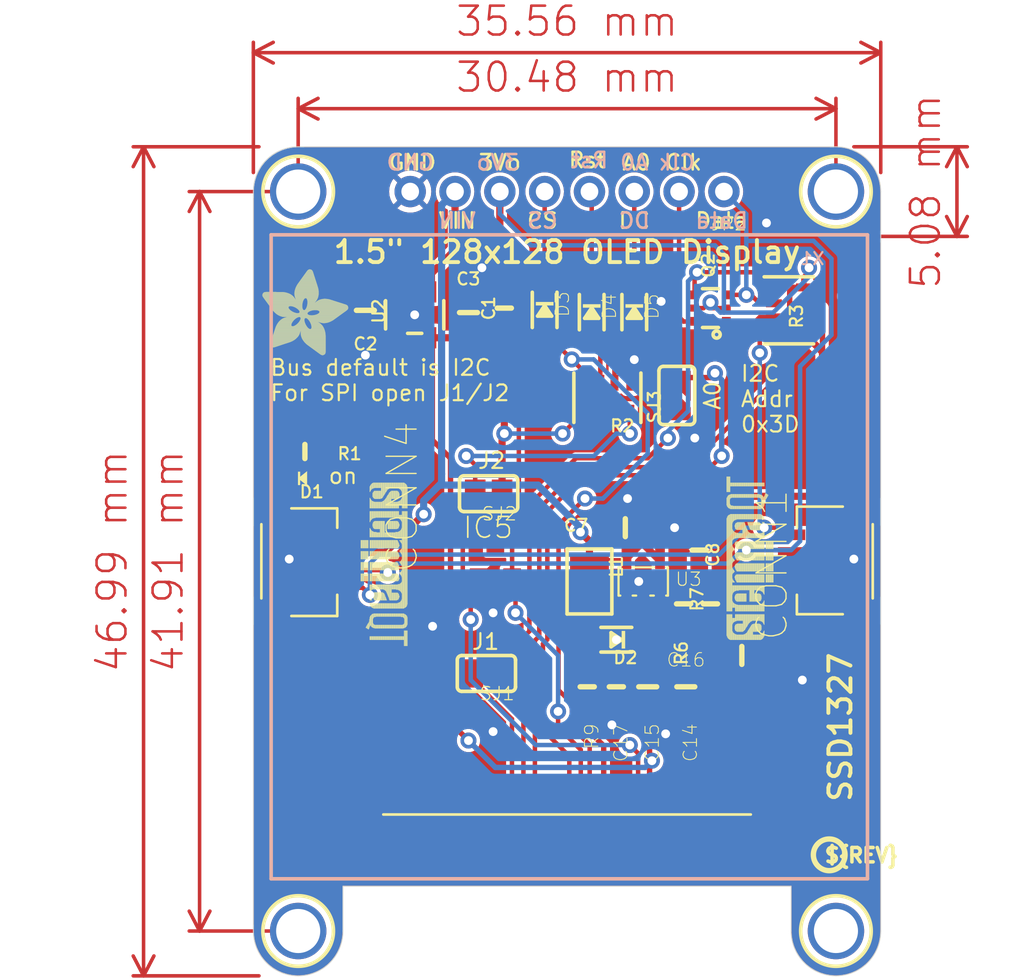
<source format=kicad_pcb>
(kicad_pcb (version 20221018) (generator pcbnew)
  (layers (0 "F.Cu" signal) (31 "B.Cu" signal) (34 "B.Paste" user) (35 "F.Paste" user) (36 "B.SilkS" user "B.Silkscreen") (37 "F.SilkS" user "F.Silkscreen") (38 "B.Mask" user) (39 "F.Mask" user) (44 "Edge.Cuts" user))
  (net 0 "")
  (net 1 "GND")
  (net 2 "SDA")
  (net 3 "SCL")
  (net 4 "3.3V")
  (net 5 "VCC")
  (net 6 "N$2")
  (net 7 "D0/SCLK/SCK_3.3V")
  (net 8 "D1/MOSI/SDA1_3.3V")
  (net 9 "N$9")
  (net 10 "CS_3.3V")
  (net 11 "RST_3.3V")
  (net 12 "DC/SA0_3.3V")
  (net 13 "CS_5.0V")
  (net 14 "RST_5.0V")
  (net 15 "DC/SA0_5.0V")
  (net 16 "N$10")
  (net 17 "N$15")
  (net 18 "N$17")
  (net 19 "12V")
  (net 20 "N$5")
  (net 21 "N$8")
  (footprint "working:SOD-323" (layer "F.Cu") (at 149.8981 90.8812 -90)
    (fp_text reference "D4")
    (fp_text value "1N4148")
  )
  (footprint "working:SOLDERJUMPER_CLOSEDWIRE" (layer "F.Cu") (at 143.9291 111.3602 180)
    (fp_text reference "SJ1")
    (fp_text value "")
  )
  (footprint "working:0603-NO" (layer "F.Cu") (at 144.9451 90.6526 90)
    (fp_text reference "C1")
    (fp_text value "0.1uF")
  )
  (footprint "working:RESPACK_4X0603" (layer "F.Cu") (at 150.7871 95.7326 180)
    (fp_text reference "R2")
    (fp_text value "10K")
  )
  (footprint "working:0603-NO" (layer "F.Cu") (at 156.6291 107.4166 90)
    (fp_text reference "C8")
    (fp_text value "0.1uF")
  )
  (footprint "working:PCBFEAT-REV-040" (layer "F.Cu") (at 163.3601 121.6406)
    (fp_text reference "U$25" hide)
    (fp_text value "" hide)
  )
  (footprint "working:SOT363" (layer "F.Cu") (at 156.6291 90.6526 90)
    (fp_text reference "Q2")
    (fp_text value "BSS138")
  )
  (footprint "working:STEMMAQT" (layer "F.Cu") (at 160.1851 109.4486 90)
    (fp_text reference "U$20" hide)
    (fp_text value "" hide)
  )
  (footprint "working:FIDUCIAL_1MM" (layer "F.Cu") (at 133.0071 120.5611)
    (fp_text reference "FID3" hide)
    (fp_text value "FIDUCIAL_1MM" hide)
  )
  (footprint "working:0805-NO" (layer "F.Cu") (at 158.4071 110.3376 180)
    (fp_text reference "C16")
    (fp_text value "10uF")
  )
  (footprint "working:0603-NO" (layer "F.Cu") (at 151.2951 112.1156 -90)
    (fp_text reference "C17")
    (fp_text value "1uF")
  )
  (footprint "working:SOLDERJUMPER_CLOSEDWIRE" (layer "F.Cu") (at 144.0561 101.171 180)
    (fp_text reference "SJ2")
    (fp_text value "")
  )
  (footprint "working:0805-NO" (layer "F.Cu") (at 142.9131 90.9066 90)
    (fp_text reference "C3")
    (fp_text value "10uF")
  )
  (footprint "working:0603-NO" (layer "F.Cu") (at 149.6441 112.1156 -90)
    (fp_text reference "R9")
    (fp_text value "390K")
  )
  (footprint "working:MOUNTINGHOLE_2.5_PLATED" (layer "F.Cu") (at 133.2611 84.0486)
    (fp_text reference "U$1" hide)
    (fp_text value "MOUNTINGHOLE2.5" hide)
  )
  (footprint "working:FIDUCIAL_1MM" (layer "F.Cu") (at 164.5031 89.9795)
    (fp_text reference "FID4" hide)
    (fp_text value "FIDUCIAL_1MM" hide)
  )
  (footprint "working:SOD-123" (layer "F.Cu") (at 151.2951 109.4486 180)
    (fp_text reference "D2")
    (fp_text value "MBR120")
  )
  (footprint "working:0603-NO" (layer "F.Cu") (at 155.9941 104.3686 -90)
    (fp_text reference "R7")
    (fp_text value "10K")
  )
  (footprint "working:0805-NO" (layer "F.Cu") (at 155.2321 112.1156 -90)
    (fp_text reference "C14")
    (fp_text value "10uF")
  )
  (footprint "working:SOT23-5" (layer "F.Cu") (at 139.8651 91.0336 180)
    (fp_text reference "U2")
    (fp_text value "AP2112K-3.3")
  )
  (footprint "working:1X08_ROUND_70" (layer "F.Cu") (at 148.5011 84.0486 180)
    (fp_text reference "JP2")
    (fp_text value "")
  )
  (footprint "working:SOT23" (layer "F.Cu") (at 144.4371 105.0036)
    (fp_text reference "IC5")
    (fp_text value "APX803")
  )
  (footprint "working:MOUNTINGHOLE_2.5_PLATED" (layer "F.Cu") (at 163.7411 125.9586)
    (fp_text reference "U$21" hide)
    (fp_text value "MOUNTINGHOLE2.5" hide)
  )
  (footprint "working:MOUNTINGHOLE_2.5_PLATED" (layer "F.Cu") (at 163.7411 84.0486)
    (fp_text reference "U$17" hide)
    (fp_text value "MOUNTINGHOLE2.5" hide)
  )
  (footprint "working:0805-NO" (layer "F.Cu") (at 151.8031 103.0986 180)
    (fp_text reference "C7")
    (fp_text value "10uF")
  )
  (footprint "working:0603-NO" (layer "F.Cu") (at 133.6421 98.7806)
    (fp_text reference "R1")
    (fp_text value "10K")
  )
  (footprint "working:0805-NO" (layer "F.Cu") (at 137.0711 90.7796 -90)
    (fp_text reference "C2")
    (fp_text value "10uF")
  )
  (footprint "working:0603-NO" (layer "F.Cu") (at 155.1051 107.4166 -90)
    (fp_text reference "R6")
    (fp_text value "100K")
  )
  (footprint "working:JST_SH4" (layer "F.Cu") (at 133.2611 105.0036 -90)
    (fp_text reference "CONN4")
    (fp_text value "STEMMA_I2C_QT" hide)
  )
  (footprint "working:SOT23-5@1" (layer "F.Cu") (at 152.8191 106.1466)
    (fp_text reference "U3")
    (fp_text value "FAN5331SX")
  )
  (footprint "working:STEMMAQT" (layer "F.Cu") (at 136.8171 100.5586 -90)
    (fp_text reference "U$31" hide)
    (fp_text value "" hide)
  )
  (footprint "working:CHIPLED_0603_NOOUTLINE" (layer "F.Cu") (at 133.5151 100.3046 90)
    (fp_text reference "D1")
    (fp_text value "GREEN")
  )
  (footprint "working:0805-NO" (layer "F.Cu") (at 153.0731 112.1156 -90)
    (fp_text reference "C15")
    (fp_text value "10uF")
  )
  (footprint "working:SOD-323" (layer "F.Cu") (at 152.3111 90.8812 -90)
    (fp_text reference "D5")
    (fp_text value "1N4148")
  )
  (footprint "working:MOUNTINGHOLE_2.5_PLATED" (layer "F.Cu") (at 133.2611 125.9586)
    (fp_text reference "U$19" hide)
    (fp_text value "MOUNTINGHOLE2.5" hide)
  )
  (footprint "working:RESPACK_4X0603" (layer "F.Cu") (at 161.0741 90.7796 90)
    (fp_text reference "R3")
    (fp_text value "10K")
  )
  (footprint "working:JST_SH4" (layer "F.Cu") (at 163.7411 105.0036 90)
    (fp_text reference "CONN1")
    (fp_text value "STEMMA_I2C_QT" hide)
  )
  (footprint "working:ADAFRUIT_5MM" (layer "F.Cu") (at 131.2291 93.3196)
    (fp_text reference "U$8" hide)
    (fp_text value "" hide)
  )
  (footprint "working:SOD-323" (layer "F.Cu") (at 147.2311 90.7542 -90)
    (fp_text reference "D3")
    (fp_text value "1N4148")
  )
  (footprint "working:SOLDERJUMPER_ARROW_NOPASTE" (layer "F.Cu") (at 154.7241 95.6056 90)
    (fp_text reference "SJ3")
    (fp_text value "")
  )
  (footprint "working:INDUCTOR_1007" (layer "F.Cu") (at 149.7711 106.1466 -90)
    (fp_text reference "L1")
    (fp_text value "10uH")
  )
  (footprint "working:OLED_1.5IN_128X128MONO" (layer "B.Cu") (at 148.6281 104.7496 180)
    (fp_text reference "X1")
    (fp_text value "OLED_1.5_128X128_MONO")
  )
  (gr_line (start 138.0871 119.3546) (end 158.9151 119.3546) (stroke (width 0.1524)) (layer "F.SilkS"))
  (gr_line (start 166.2811 125.9586) (end 166.2811 84.0486) (stroke (width 0.05)) (layer "Edge.Cuts"))
  (gr_line (start 135.8011 125.9586) (end 135.8011 123.4186) (stroke (width 0.05)) (layer "Edge.Cuts"))
  (gr_arc (start 166.2811 125.9586) (mid 165.537151 127.754651) (end 163.7411 128.4986) (stroke (width 0.05)) (layer "Edge.Cuts"))
  (gr_line (start 163.7411 81.5086) (end 133.2611 81.5086) (stroke (width 0.05)) (layer "Edge.Cuts"))
  (gr_arc (start 135.8011 125.9586) (mid 135.057151 127.754651) (end 133.2611 128.4986) (stroke (width 0.05)) (layer "Edge.Cuts"))
  (gr_arc (start 163.7411 81.5086) (mid 165.537151 82.252549) (end 166.2811 84.0486) (stroke (width 0.05)) (layer "Edge.Cuts"))
  (gr_arc (start 163.7411 128.4986) (mid 161.945049 127.754651) (end 161.2011 125.9586) (stroke (width 0.05)) (layer "Edge.Cuts"))
  (gr_line (start 130.7211 84.0486) (end 130.7211 125.9586) (stroke (width 0.05)) (layer "Edge.Cuts"))
  (gr_arc (start 133.2611 128.4986) (mid 131.465049 127.754651) (end 130.7211 125.9586) (stroke (width 0.05)) (layer "Edge.Cuts"))
  (gr_line (start 135.8011 123.4186) (end 161.2011 123.4186) (stroke (width 0.05)) (layer "Edge.Cuts"))
  (gr_line (start 161.2011 123.4186) (end 161.2011 125.9586) (stroke (width 0.05)) (layer "Edge.Cuts"))
  (gr_arc (start 130.7211 84.0486) (mid 131.465049 82.252549) (end 133.2611 81.5086) (stroke (width 0.05)) (layer "Edge.Cuts"))
  (gr_text "Data" (at 157.2641 85.6996) (layer "B.SilkS") (effects (font (size 0.87376 0.87376) (thickness 0.14224)) (justify mirror)))
  (gr_text "DC" (at 152.3111 85.6996) (layer "B.SilkS") (effects (font (size 0.87376 0.87376) (thickness 0.14224)) (justify mirror)))
  (gr_text "VIN" (at 142.2781 85.6996) (layer "B.SilkS") (effects (font (size 0.87376 0.87376) (thickness 0.14224)) (justify mirror)))
  (gr_text "CS" (at 147.1041 85.6996) (layer "B.SilkS") (effects (font (size 0.87376 0.87376) (thickness 0.14224)) (justify mirror)))
  (gr_text "3Vo" (at 144.5641 82.3976) (layer "B.SilkS") (effects (font (size 0.87376 0.87376) (thickness 0.14224)) (justify mirror)))
  (gr_text "Clk" (at 154.7241 82.3976) (layer "B.SilkS") (effects (font (size 0.87376 0.87376) (thickness 0.14224)) (justify mirror)))
  (gr_text "GND" (at 139.6111 82.3976) (layer "B.SilkS") (effects (font (size 0.87376 0.87376) (thickness 0.14224)) (justify mirror)))
  (gr_text "Rst" (at 149.7711 82.2706) (layer "B.SilkS") (effects (font (size 0.87376 0.87376) (thickness 0.14224)) (justify mirror)))
  (gr_text "A0" (at 152.3111 82.3976) (layer "B.SilkS") (effects (font (size 0.87376 0.87376) (thickness 0.14224)) (justify mirror)))
  (gr_text "VIN" (at 142.2781 85.6996) (layer "F.SilkS") (effects (font (size 0.87376 0.87376) (thickness 0.14224))))
  (gr_text "3Vo" (at 144.6911 82.3976) (layer "F.SilkS") (effects (font (size 0.87376 0.87376) (thickness 0.14224))))
  (gr_text "Data" (at 157.2641 85.6996) (layer "F.SilkS") (effects (font (size 0.87376 0.87376) (thickness 0.14224))))
  (gr_text "GND" (at 139.7381 82.3976) (layer "F.SilkS") (effects (font (size 0.87376 0.87376) (thickness 0.14224))))
  (gr_text "A0" (at 157.2641 96.4946 90) (layer "F.SilkS") (effects (font (size 0.89408 0.89408) (thickness 0.12192)) (justify left bottom)))
  (gr_text "1.5\" 128x128 OLED Display" (at 148.5011 87.4776) (layer "F.SilkS") (effects (font (size 1.25222 1.25222) (thickness 0.22098))))
  (gr_text "Bus default is I2C\nFor SPI open J1/J2" (at 131.6101 95.9866) (layer "F.SilkS") (effects (font (size 0.89408 0.89408) (thickness 0.12192)) (justify left bottom)))
  (gr_text "on" (at 134.9121 100.6856) (layer "F.SilkS") (effects (font (size 0.89408 0.89408) (thickness 0.12192)) (justify left bottom)))
  (gr_text "Rst" (at 149.6441 82.2706) (layer "F.SilkS") (effects (font (size 0.87376 0.87376) (thickness 0.14224))))
  (gr_text "SSD1327" (at 163.9951 114.4016 90) (layer "F.SilkS") (effects (font (size 1.25222 1.25222) (thickness 0.22098))))
  (gr_text "J2" (at 145.0721 98.7806) (layer "F.SilkS") (effects (font (size 0.89408 0.89408) (thickness 0.12192)) (justify right top)))
  (gr_text "J1" (at 143.0401 110.0836) (layer "F.SilkS") (effects (font (size 0.89408 0.89408) (thickness 0.12192)) (justify left bottom)))
  (gr_text "Clk" (at 155.1051 82.3976) (layer "F.SilkS") (effects (font (size 0.87376 0.87376) (thickness 0.14224))))
  (gr_text "DC" (at 152.3111 85.6996) (layer "F.SilkS") (effects (font (size 0.87376 0.87376) (thickness 0.14224))))
  (gr_text "A0" (at 152.4381 82.3976) (layer "F.SilkS") (effects (font (size 0.87376 0.87376) (thickness 0.14224))))
  (gr_text "I2C\nAddr\n0x3D" (at 158.2801 97.7646) (layer "F.SilkS") (effects (font (size 0.89408 0.89408) (thickness 0.12192)) (justify left bottom)))
  (gr_text "CS" (at 147.1041 85.6996) (layer "F.SilkS") (effects (font (size 0.87376 0.87376) (thickness 0.14224))))
  (dimension (type aligned) (layer "F.Cu") (pts (xy 133.2611 84.0486) (xy 163.7411 84.0486)) (height -4.699) (gr_text "30.48 mm" (at 148.5011 77.5716) (layer "F.Cu") (effects (font (size 1.63576 1.63576) (thickness 0.14224)))) (format (prefix "") (suffix "") (units 2) (units_format 1) (precision 2)) (style (thickness 0.2) (arrow_length 1.27) (text_position_mode 0) (extension_height 0.58642) (extension_offset 0) keep_text_aligned))
  (dimension (type aligned) (layer "F.Cu") (pts (xy 164.7571 86.5886) (xy 164.7571 81.5086)) (height 5.842) (gr_text "5.08 mm" (at 168.8211 84.0486 90) (layer "F.Cu") (effects (font (size 1.63576 1.63576) (thickness 0.14224)))) (format (prefix "") (suffix "") (units 2) (units_format 1) (precision 2)) (style (thickness 0.2) (arrow_length 1.27) (text_position_mode 0) (extension_height 0.58642) (extension_offset 0) keep_text_aligned))
  (dimension (type aligned) (layer "F.Cu") (pts (xy 133.2611 84.0486) (xy 133.2611 125.9586)) (height 5.588) (gr_text "41.91 mm" (at 125.8951 105.0036 90) (layer "F.Cu") (effects (font (size 1.63576 1.63576) (thickness 0.14224)))) (format (prefix "") (suffix "") (units 2) (units_format 1) (precision 2)) (style (thickness 0.2) (arrow_length 1.27) (text_position_mode 0) (extension_height 0.58642) (extension_offset 0) keep_text_aligned))
  (dimension (type aligned) (layer "F.Cu") (pts (xy 131.0386 128.4986) (xy 131.0386 81.5086)) (height -6.5405) (gr_text "46.99 mm" (at 122.7201 105.0036 90) (layer "F.Cu") (effects (font (size 1.63576 1.63576) (thickness 0.14224)))) (format (prefix "") (suffix "") (units 2) (units_format 1) (precision 2)) (style (thickness 0.2) (arrow_length 1.27) (text_position_mode 0) (extension_height 0.58642) (extension_offset 0) keep_text_aligned))
  (dimension (type aligned) (layer "F.Cu") (pts (xy 130.7211 82.9691) (xy 166.2811 82.9691)) (height -6.7945) (gr_text "35.56 mm" (at 148.5011 74.3966) (layer "F.Cu") (effects (font (size 1.63576 1.63576) (thickness 0.14224)))) (format (prefix "") (suffix "") (units 2) (units_format 1) (precision 2)) (style (thickness 0.2) (arrow_length 1.27) (text_position_mode 0) (extension_height 0.58642) (extension_offset 0) keep_text_aligned))
  (via (at 159.8041 85.8266) (size 0.9064) (drill 0.5) (layers "F.Cu" "B.Cu") (net 1))
  (via (at 140.8811 108.6866) (size 0.9064) (drill 0.5) (layers "F.Cu" "B.Cu") (net 1))
  (via (at 152.3111 93.5736) (size 0.9064) (drill 0.5) (layers "F.Cu" "B.Cu") (net 1))
  (via (at 161.8361 111.7346) (size 0.9064) (drill 0.5) (layers "F.Cu" "B.Cu") (net 1))
  (via (at 144.3101 107.9246) (size 0.9064) (drill 0.5) (layers "F.Cu" "B.Cu") (net 1))
  (via (at 132.7531 104.8766) (size 0.9064) (drill 0.5) (layers "F.Cu" "B.Cu") (net 1))
  (via (at 164.7571 104.8766) (size 0.9064) (drill 0.5) (layers "F.Cu" "B.Cu") (net 1))
  (via (at 143.6751 88.3666) (size 0.9064) (drill 0.5) (layers "F.Cu" "B.Cu") (net 1))
  (via (at 151.0411 114.2746) (size 0.9064) (drill 0.5) (layers "F.Cu" "B.Cu") (net 1))
  (via (at 144.3101 114.6556) (size 0.9064) (drill 0.5) (layers "F.Cu" "B.Cu") (net 1))
  (via (at 137.0711 93.3196) (size 0.9064) (drill 0.5) (layers "F.Cu" "B.Cu") (net 1))
  (via (at 151.9301 101.4476) (size 0.9064) (drill 0.5) (layers "F.Cu" "B.Cu") (net 1))
  (via (at 152.5651 106.1466) (size 0.9064) (drill 0.5) (layers "F.Cu" "B.Cu") (net 1))
  (via (at 139.8651 91.0336) (size 0.9064) (drill 0.5) (layers "F.Cu" "B.Cu") (net 1))
  (via (at 153.8351 90.2716) (size 0.9064) (drill 0.5) (layers "F.Cu" "B.Cu") (net 1))
  (via (at 155.7401 98.0186) (size 0.9064) (drill 0.5) (layers "F.Cu" "B.Cu") (net 1))
  (via (at 151.2951 109.4486) (size 0.9064) (drill 0.5) (layers "F.Cu" "B.Cu") (net 1))
  (via (at 154.5971 103.0986) (size 0.9064) (drill 0.5) (layers "F.Cu" "B.Cu") (net 1))
  (via (at 154.0891 114.7826) (size 0.9064) (drill 0.5) (layers "F.Cu" "B.Cu") (net 1))
  (segment (start 160.2051 90.3986) (end 160.2241 90.3796) (width 0.254) (layer "F.Cu") (net 2))
  (segment (start 161.0921 104.3686) (end 161.2271 104.5036) (width 0.254) (layer "F.Cu") (net 2))
  (segment (start 158.9271 89.9026) (end 159.4231 90.3986) (width 0.254) (layer "F.Cu") (net 2))
  (segment (start 158.6611 89.9026) (end 158.9271 89.9026) (width 0.254) (layer "F.Cu") (net 2))
  (segment (start 158.6611 104.3686) (end 161.0921 104.3686) (width 0.254) (layer "F.Cu") (net 2))
  (segment (start 157.5291 89.9026) (end 158.6611 89.9026) (width 0.254) (layer "F.Cu") (net 2))
  (segment (start 159.4231 90.3986) (end 160.2051 90.3986) (width 0.254) (layer "F.Cu") (net 2))
  (segment (start 135.7751 105.5036) (end 138.2061 105.5036) (width 0.254) (layer "F.Cu") (net 2))
  (segment (start 138.2061 105.5036) (end 138.3411 105.6386) (width 0.254) (layer "F.Cu") (net 2))
  (via (at 158.6611 104.3686) (size 0.9064) (drill 0.5) (layers "F.Cu" "B.Cu") (net 2))
  (via (at 138.3411 105.6386) (size 0.9064) (drill 0.5) (layers "F.Cu" "B.Cu") (net 2))
  (via (at 158.6611 89.9026) (size 0.9064) (drill 0.5) (layers "F.Cu" "B.Cu") (net 2))
  (segment (start 158.6611 85.3186) (end 157.3911 84.0486) (width 0.254) (layer "B.Cu") (net 2))
  (segment (start 161.2011 104.3686) (end 158.6611 104.3686) (width 0.254) (layer "B.Cu") (net 2))
  (segment (start 158.4071 104.3686) (end 158.6611 104.3686) (width 0.254) (layer "B.Cu") (net 2))
  (segment (start 158.6611 86.8426) (end 158.6611 85.3186) (width 0.254) (layer "B.Cu") (net 2))
  (segment (start 157.6451 105.1306) (end 138.8491 105.1306) (width 0.254) (layer "B.Cu") (net 2))
  (segment (start 161.7091 103.8606) (end 161.2011 104.3686) (width 0.254) (layer "B.Cu") (net 2))
  (segment (start 162.4711 86.8426) (end 163.4871 87.8586) (width 0.254) (layer "B.Cu") (net 2))
  (segment (start 158.6611 89.9026) (end 158.6611 86.8426) (width 0.254) (layer "B.Cu") (net 2))
  (segment (start 163.4871 87.8586) (end 163.4871 92.1766) (width 0.254) (layer "B.Cu") (net 2))
  (segment (start 161.7091 93.9546) (end 161.7091 103.8606) (width 0.254) (layer "B.Cu") (net 2))
  (segment (start 138.3411 105.6386) (end 138.8491 105.1306) (width 0.254) (layer "B.Cu") (net 2))
  (segment (start 163.4871 92.1766) (end 161.7091 93.9546) (width 0.254) (layer "B.Cu") (net 2))
  (segment (start 158.6611 86.8426) (end 162.4711 86.8426) (width 0.254) (layer "B.Cu") (net 2))
  (segment (start 157.6451 105.1306) (end 158.4071 104.3686) (width 0.254) (layer "B.Cu") (net 2))
  (segment (start 160.2241 92.0796) (end 159.4231 92.0796) (width 0.254) (layer "F.Cu") (net 3))
  (segment (start 155.7171 91.4146) (end 155.7291 91.4026) (width 0.254) (layer "F.Cu") (net 3))
  (segment (start 156.4061 92.0796) (end 155.7291 91.4026) (width 0.254) (layer "F.Cu") (net 3))
  (segment (start 136.9201 106.5036) (end 135.7751 106.5036) (width 0.254) (layer "F.Cu") (net 3))
  (segment (start 154.8511 84.0486) (end 154.8511 91.1606) (width 0.254) (layer "F.Cu") (net 3))
  (segment (start 154.8511 91.1606) (end 155.1051 91.4146) (width 0.254) (layer "F.Cu") (net 3))
  (segment (start 159.4231 93.1926) (end 159.4231 92.0796) (width 0.254) (layer "F.Cu") (net 3))
  (segment (start 137.3251 106.9086) (end 136.9201 106.5036) (width 0.254) (layer "F.Cu") (net 3))
  (segment (start 161.2271 103.5036) (end 160.8221 103.0986) (width 0.254) (layer "F.Cu") (net 3))
  (segment (start 155.1051 91.4146) (end 155.7171 91.4146) (width 0.254) (layer "F.Cu") (net 3))
  (segment (start 160.8221 103.0986) (end 159.6771 103.0986) (width 0.254) (layer "F.Cu") (net 3))
  (segment (start 159.4231 92.0796) (end 156.4061 92.0796) (width 0.254) (layer "F.Cu") (net 3))
  (via (at 159.4231 93.1926) (size 0.9064) (drill 0.5) (layers "F.Cu" "B.Cu") (net 3))
  (via (at 137.3251 106.9086) (size 0.9064) (drill 0.5) (layers "F.Cu" "B.Cu") (net 3))
  (via (at 159.6771 103.0986) (size 0.9064) (drill 0.5) (layers "F.Cu" "B.Cu") (net 3))
  (segment (start 159.4231 102.8446) (end 159.4231 93.1926) (width 0.254) (layer "B.Cu") (net 3))
  (segment (start 157.1371 104.6226) (end 137.8331 104.6226) (width 0.254) (layer "B.Cu") (net 3))
  (segment (start 158.6611 103.0986) (end 157.1371 104.6226) (width 0.254) (layer "B.Cu") (net 3))
  (segment (start 137.8331 104.6226) (end 137.3251 105.1306) (width 0.254) (layer "B.Cu") (net 3))
  (segment (start 159.6771 103.0986) (end 159.4231 102.8446) (width 0.254) (layer "B.Cu") (net 3))
  (segment (start 137.3251 105.1306) (end 137.3251 106.9086) (width 0.254) (layer "B.Cu") (net 3))
  (segment (start 159.6771 103.0986) (end 158.6611 103.0986) (width 0.254) (layer "B.Cu") (net 3))
  (segment (start 150.3871 96.5826) (end 149.4871 96.5826) (width 0.4064) (layer "F.Cu") (net 4))
  (segment (start 144.6911 86.0806) (end 145.9611 87.3506) (width 0.4064) (layer "F.Cu") (net 4))
  (segment (start 144.4371 101.783838) (end 144.78 101.440938) (width 0.4064) (layer "F.Cu") (net 4))
  (segment (start 144.8181 97.8916) (end 144.9451 97.7646) (width 0.4064) (layer "F.Cu") (net 4))
  (segment (start 153.1781 113.1706) (end 153.0731 113.0656) (width 0.3048) (layer "F.Cu") (net 4))
  (segment (start 153.1781 117.8306) (end 153.1781 116.1796) (width 0.3048) (layer "F.Cu") (net 4))
  (segment (start 153.8281 117.9506) (end 153.7081 117.8306) (width 0.3048) (layer "F.Cu") (net 4))
  (segment (start 156.6291 90.3351) (end 156.5546 90.3351) (width 0.254) (layer "F.Cu") (net 4))
  (segment (start 153.3115 116.3066) (end 153.3051 116.3066) (width 0.3048) (layer "F.Cu") (net 4))
  (segment (start 161.3581 89.4796) (end 161.9241 89.4796) (width 0.3048) (layer "F.Cu") (net 4))
  (segment (start 149.4871 96.5826) (end 149.4291 96.5826) (width 0.254) (layer "F.Cu") (net 4))
  (segment (start 151.2951 112.9656) (end 152.9731 112.9656) (width 0.3048) (layer "F.Cu") (net 4))
  (segment (start 156.2371 90.6526) (end 155.7291 90.6526) (width 0.254) (layer "F.Cu") (net 4))
  (segment (start 144.78 101.440938) (end 144.78 101.2091) (width 0.4064) (layer "F.Cu") (net 4))
  (segment (start 145.9611 90.9066) (end 145.2821 91.5856) (width 0.4064) (layer "F.Cu") (net 4))
  (segment (start 149.4291 96.5826) (end 148.2471 97.7646) (width 0.254) (layer "F.Cu") (net 4))
  (segment (start 156.6291 90.3351) (end 156.6291 90.5146) (width 0.254) (layer "F.Cu") (net 4))
  (segment (start 144.6911 84.0486) (end 144.6911 86.0806) (width 0.4064) (layer "F.Cu") (net 4))
  (segment (start 141.8971 114.1476) (end 142.9131 115.1636) (width 0.3048) (layer "F.Cu") (net 4))
  (segment (start 161.546206 91.1796) (end 161.1185 90.751894) (width 0.3048) (layer "F.Cu") (net 4))
  (segment (start 138.5951 100.3046) (end 140.8151 98.0846) (width 0.4064) (layer "F.Cu") (net 4))
  (segment (start 153.1781 119.8746) (end 153.1781 117.8306) (width 0.3048) (layer "F.Cu") (net 4))
  (segment (start 144.9451 91.5026) (end 145.0281 91.5856) (width 0.4064) (layer "F.Cu") (net 4))
  (segment (start 144.5911 91.8566) (end 144.9451 91.5026) (width 0.4064) (layer "F.Cu") (net 4))
  (segment (start 156.7671 90.6526) (end 156.6291 90.5146) (width 0.254) (layer "F.Cu") (net 4))
  (segment (start 141.8971 99.1666) (end 141.8971 114.1476) (width 0.3048) (layer "F.Cu") (net 4))
  (segment (start 157.5291 90.6526) (end 156.7671 90.6526) (width 0.254) (layer "F.Cu") (net 4))
  (segment (start 134.2651 100.3046) (end 138.5951 100.3046) (width 0.4064) (layer "F.Cu") (net 4))
  (segment (start 140.8151 98.0846) (end 141.8971 99.1666) (width 0.3048) (layer "F.Cu") (net 4))
  (segment (start 153.3051 116.3066) (end 153.1781 116.1796) (width 0.3048) (layer "F.Cu") (net 4))
  (segment (start 161.9241 89.4796) (end 161.9241 88.9136) (width 0.3048) (layer "F.Cu") (net 4))
  (segment (start 153.1781 116.1796) (end 153.1781 113.1706) (width 0.3048) (layer "F.Cu") (net 4))
  (segment (start 142.9131 91.8566) (end 144.5911 91.8566) (width 0.4064) (layer "F.Cu") (net 4))
  (segment (start 142.436 92.3337) (end 142.9131 91.8566) (width 0.4064) (layer "F.Cu") (net 4))
  (segment (start 162.3251 88.5126) (end 161.9241 88.9136) (width 0.3048) (layer "F.Cu") (net 4))
  (segment (start 144.4371 103.9036) (end 144.4371 101.783838) (width 0.4064) (layer "F.Cu") (net 4))
  (segment (start 144.78 101.2091) (end 144.8181 101.171) (width 0.4064) (layer "F.Cu") (net 4))
  (segment (start 140.8151 98.0846) (end 140.8151 92.3337) (width 0.4064) (layer "F.Cu") (net 4))
  (segment (start 152.9731 112.9656) (end 153.0731 113.0656) (width 0.3048) (layer "F.Cu") (net 4))
  (segment (start 153.8281 119.8746) (end 153.8281 117.9506) (width 0.3048) (layer "F.Cu") (net 4))
  (segment (start 145.2821 91.5856) (end 145.0281 91.5856) (width 0.4064) (layer "F.Cu") (net 4))
  (segment (start 162.2171 88.3666) (end 162.2171 88.4046) (width 0.254) (layer "F.Cu") (net 4))
  (segment (start 153.7081 117.8306) (end 153.1781 117.8306) (width 0.3048) (layer "F.Cu") (net 4))
  (segment (start 150.3871 96.5826) (end 151.1871 96.5826) (width 0.4064) (layer "F.Cu") (net 4))
  (segment (start 156.5546 90.3351) (end 156.2371 90.6526) (width 0.254) (layer "F.Cu") (net 4))
  (segment (start 144.8181 101.171) (end 144.8181 97.8916) (width 0.4064) (layer "F.Cu") (net 4))
  (segment (start 161.1185 90.751894) (end 161.1185 89.7192) (width 0.3048) (layer "F.Cu") (net 4))
  (segment (start 144.9451 91.5026) (end 144.9451 97.7646) (width 0.4064) (layer "F.Cu") (net 4))
  (segment (start 161.1185 89.7192) (end 161.3581 89.4796) (width 0.3048) (layer "F.Cu") (net 4))
  (segment (start 162.3251 88.5126) (end 162.2171 88.4046) (width 0.254) (layer "F.Cu") (net 4))
  (segment (start 161.9241 91.1796) (end 161.546206 91.1796) (width 0.3048) (layer "F.Cu") (net 4))
  (segment (start 145.9611 87.3506) (end 145.9611 90.9066) (width 0.4064) (layer "F.Cu") (net 4))
  (segment (start 140.8151 92.3337) (end 142.436 92.3337) (width 0.4064) (layer "F.Cu") (net 4))
  (via (at 142.9131 115.1636) (size 0.9064) (drill 0.5) (layers "F.Cu" "B.Cu") (net 4))
  (via (at 156.6291 90.3351) (size 0.9064) (drill 0.5) (layers "F.Cu" "B.Cu") (net 4))
  (via (at 144.9451 97.7646) (size 0.9064) (drill 0.5) (layers "F.Cu" "B.Cu") (net 4))
  (via (at 153.3115 116.3066) (size 0.9064) (drill 0.5) (layers "F.Cu" "B.Cu") (net 4))
  (via (at 148.2471 97.7646) (size 0.9064) (drill 0.5) (layers "F.Cu" "B.Cu") (net 4))
  (via (at 162.2171 88.3666) (size 0.9064) (drill 0.5) (layers "F.Cu" "B.Cu") (net 4))
  (segment (start 162.2171 88.8746) (end 160.1851 90.9066) (width 0.254) (layer "B.Cu") (net 4))
  (segment (start 148.2471 97.7646) (end 144.9451 97.7646) (width 0.254) (layer "B.Cu") (net 4))
  (segment (start 152.9305 116.6876) (end 153.3115 116.3066) (width 0.3048) (layer "B.Cu") (net 4))
  (segment (start 156.6291 90.3351) (end 157.2006 90.9066) (width 0.254) (layer "B.Cu") (net 4))
  (segment (start 157.3911 87.6046) (end 156.8831 87.0966) (width 0.254) (layer "B.Cu") (net 4))
  (segment (start 144.6911 85.3186) (end 144.6911 84.0486) (width 0.254) (layer "B.Cu") (net 4))
  (segment (start 160.1851 90.9066) (end 157.3911 90.9066) (width 0.254) (layer "B.Cu") (net 4))
  (segment (start 157.3911 90.9066) (end 157.3911 87.6046) (width 0.254) (layer "B.Cu") (net 4))
  (segment (start 146.4691 87.0966) (end 144.6911 85.3186) (width 0.254) (layer "B.Cu") (net 4))
  (segment (start 144.4371 116.6876) (end 152.9305 116.6876) (width 0.3048) (layer "B.Cu") (net 4))
  (segment (start 162.2171 88.3666) (end 162.2171 88.8746) (width 0.254) (layer "B.Cu") (net 4))
  (segment (start 142.9131 115.1636) (end 144.4371 116.6876) (width 0.3048) (layer "B.Cu") (net 4))
  (segment (start 156.8831 87.0966) (end 146.4691 87.0966) (width 0.254) (layer "B.Cu") (net 4))
  (segment (start 157.3911 90.9066) (end 157.2006 90.9066) (width 0.254) (layer "B.Cu") (net 4))
  (segment (start 152.7531 103.9625) (end 152.7531 103.0986) (width 0.4064) (layer "F.Cu") (net 5))
  (segment (start 138.8491 89.6675) (end 138.9151 89.7335) (width 0.4064) (layer "F.Cu") (net 5))
  (segment (start 140.8151 89.7335) (end 140.8151 88.6866) (width 0.4064) (layer "F.Cu") (net 5))
  (segment (start 149.7711 103.8606) (end 149.7711 105.0196) (width 0.4064) (layer "F.Cu") (net 5))
  (segment (start 162.9791 93.1346) (end 162.8811 93.0366) (width 0.4064) (layer "F.Cu") (net 5))
  (segment (start 142.1511 87.3506) (end 140.8151 88.6866) (width 0.4064) (layer "F.Cu") (net 5))
  (segment (start 138.8491 88.6206) (end 138.8491 89.6675) (width 0.4064) (layer "F.Cu") (net 5))
  (segment (start 142.1511 84.0486) (end 142.1511 87.3506) (width 0.4064) (layer "F.Cu") (net 5))
  (segment (start 162.8811 93.0366) (end 161.9241 92.0796) (width 0.4064) (layer "F.Cu") (net 5))
  (segment (start 140.8151 88.6866) (end 140.7491 88.6206) (width 0.4064) (layer "F.Cu") (net 5))
  (segment (start 149.7711 105.0196) (end 151.696 105.0196) (width 0.4064) (layer "F.Cu") (net 5))
  (segment (start 151.696 105.0196) (end 151.8691 104.8465) (width 0.4064) (layer "F.Cu") (net 5))
  (segment (start 152.7531 103.0986) (end 152.7531 102.4026) (width 0.4064) (layer "F.Cu") (net 5))
  (segment (start 153.8351 101.3206) (end 162.9791 101.3206) (width 0.4064) (layer "F.Cu") (net 5))
  (segment (start 137.1672 89.7335) (end 137.0711 89.8296) (width 0.4064) (layer "F.Cu") (net 5))
  (segment (start 162.9791 92.9386) (end 162.8811 93.0366) (width 0.3048) (layer "F.Cu") (net 5))
  (segment (start 135.7751 104.5036) (end 138.2061 104.5036) (width 0.4064) (layer "F.Cu") (net 5))
  (segment (start 152.7531 102.4026) (end 153.8351 101.3206) (width 0.4064) (layer "F.Cu") (net 5))
  (segment (start 162.7061 90.3796) (end 162.9791 90.6526) (width 0.3048) (layer "F.Cu") (net 5))
  (segment (start 162.9791 101.3206) (end 162.9791 93.1346) (width 0.4064) (layer "F.Cu") (net 5))
  (segment (start 162.9791 90.6526) (end 162.9791 92.9386) (width 0.3048) (layer "F.Cu") (net 5))
  (segment (start 161.9241 90.3796) (end 162.7061 90.3796) (width 0.3048) (layer "F.Cu") (net 5))
  (segment (start 161.2271 105.5036) (end 162.8601 105.5036) (width 0.4064) (layer "F.Cu") (net 5))
  (segment (start 153.6371 104.8465) (end 152.7531 103.9625) (width 0.4064) (layer "F.Cu") (net 5))
  (segment (start 138.2061 104.5036) (end 140.3731 102.3366) (width 0.4064) (layer "F.Cu") (net 5))
  (segment (start 140.7491 88.6206) (end 138.8491 88.6206) (width 0.4064) (layer "F.Cu") (net 5))
  (segment (start 149.2631 103.3526) (end 149.7711 103.8606) (width 0.4064) (layer "F.Cu") (net 5))
  (segment (start 151.8691 104.8465) (end 152.7531 103.9625) (width 0.4064) (layer "F.Cu") (net 5))
  (segment (start 153.7691 104.8465) (end 153.6371 104.8465) (width 0.4064) (layer "F.Cu") (net 5))
  (segment (start 162.8601 105.5036) (end 162.9791 105.3846) (width 0.4064) (layer "F.Cu") (net 5))
  (segment (start 138.9151 89.7335) (end 137.1672 89.7335) (width 0.4064) (layer "F.Cu") (net 5))
  (segment (start 162.9791 105.3846) (end 162.9791 101.3206) (width 0.4064) (layer "F.Cu") (net 5))
  (via (at 149.2631 103.3526) (size 0.9064) (drill 0.5) (layers "F.Cu" "B.Cu") (net 5))
  (via (at 140.3731 102.3366) (size 0.9064) (drill 0.5) (layers "F.Cu" "B.Cu") (net 5))
  (segment (start 140.3731 102.3366) (end 140.3731 101.5746) (width 0.4064) (layer "B.Cu") (net 5))
  (segment (start 141.3891 84.8106) (end 142.1511 84.0486) (width 0.4064) (layer "B.Cu") (net 5))
  (segment (start 149.2631 103.0986) (end 146.8501 100.6856) (width 0.4064) (layer "B.Cu") (net 5))
  (segment (start 141.3891 100.5586) (end 141.3891 100.0506) (width 0.4064) (layer "B.Cu") (net 5))
  (segment (start 149.2631 103.0986) (end 149.2631 103.3526) (width 0.4064) (layer "B.Cu") (net 5))
  (segment (start 141.3891 100.5586) (end 140.3731 101.5746) (width 0.4064) (layer "B.Cu") (net 5))
  (segment (start 141.3891 100.5586) (end 141.3891 100.6856) (width 0.4064) (layer "B.Cu") (net 5))
  (segment (start 141.3891 100.6856) (end 146.8501 100.6856) (width 0.4064) (layer "B.Cu") (net 5))
  (segment (start 141.3891 84.8106) (end 141.3891 100.0506) (width 0.4064) (layer "B.Cu") (net 5))
  (segment (start 132.7651 99.1346) (end 132.7651 100.3046) (width 0.254) (layer "F.Cu") (net 6))
  (segment (start 132.7921 98.7806) (end 132.7651 99.1346) (width 0.254) (layer "F.Cu") (net 6))
  (segment (start 159.1811 91.4026) (end 159.4231 91.1606) (width 0.254) (layer "F.Cu") (net 7))
  (segment (start 160.6931 91.1606) (end 160.2431 91.1606) (width 0.254) (layer "F.Cu") (net 7))
  (segment (start 159.4231 91.1606) (end 160.2051 91.1606) (width 0.254) (layer "F.Cu") (net 7))
  (segment (start 161.0043 91.4718) (end 160.6931 91.1606) (width 0.254) (layer "F.Cu") (net 7))
  (segment (start 149.2631 99.6696) (end 155.3591 99.6696) (width 0.254) (layer "F.Cu") (net 7))
  (segment (start 146.6781 109.4936) (end 146.6781 119.8746) (width 0.254) (layer "F.Cu") (net 7))
  (segment (start 157.5291 91.4026) (end 159.1811 91.4026) (width 0.254) (layer "F.Cu") (net 7))
  (segment (start 161.0043 92.441375) (end 161.0043 91.4718) (width 0.254) (layer "F.Cu") (net 7))
  (segment (start 146.9263 102.0064) (end 146.9263 109.2454) (width 0.254) (layer "F.Cu") (net 7))
  (segment (start 160.2051 91.1606) (end 160.2241 91.1796) (width 0.254) (layer "F.Cu") (net 7))
  (segment (start 155.3591 99.6696) (end 160.9471 94.0816) (width 0.254) (layer "F.Cu") (net 7))
  (segment (start 160.9471 92.498575) (end 161.0043 92.441375) (width 0.254) (layer "F.Cu") (net 7))
  (segment (start 146.9263 109.2454) (end 146.6781 109.4936) (width 0.254) (layer "F.Cu") (net 7))
  (segment (start 160.9471 94.0816) (end 160.9471 92.498575) (width 0.254) (layer "F.Cu") (net 7))
  (segment (start 160.2431 91.1606) (end 160.2241 91.1796) (width 0.254) (layer "F.Cu") (net 7))
  (segment (start 146.9263 102.0064) (end 149.2631 99.6696) (width 0.254) (layer "F.Cu") (net 7))
  (segment (start 153.0731 99.1616) (end 149.0091 99.1616) (width 0.254) (layer "F.Cu") (net 8))
  (segment (start 144.6911 111.3602) (end 144.6911 110.6424) (width 0.254) (layer "F.Cu") (net 8))
  (segment (start 155.7291 88.7586) (end 155.8671 88.6206) (width 0.254) (layer "F.Cu") (net 8))
  (segment (start 146.3675 101.8032) (end 149.0091 99.1616) (width 0.254) (layer "F.Cu") (net 8))
  (segment (start 159.3651 88.6206) (end 160.2241 89.4796) (width 0.254) (layer "F.Cu") (net 8))
  (segment (start 146.3675 108.966) (end 144.6911 110.6424) (width 0.254) (layer "F.Cu") (net 8))
  (segment (start 146.0281 112.6972) (end 144.6911 111.3602) (width 0.254) (layer "F.Cu") (net 8))
  (segment (start 155.8671 88.6206) (end 159.3651 88.6206) (width 0.254) (layer "F.Cu") (net 8))
  (segment (start 155.7291 89.9026) (end 155.7291 88.7586) (width 0.254) (layer "F.Cu") (net 8))
  (segment (start 154.2161 98.0186) (end 153.0731 99.1616) (width 0.254) (layer "F.Cu") (net 8))
  (segment (start 146.3675 101.8032) (end 146.3675 108.966) (width 0.254) (layer "F.Cu") (net 8))
  (segment (start 146.0281 119.8746) (end 146.0281 112.6972) (width 0.254) (layer "F.Cu") (net 8))
  (via (at 155.8671 88.6206) (size 0.9064) (drill 0.5) (layers "F.Cu" "B.Cu") (net 8))
  (via (at 154.2161 98.0186) (size 0.9064) (drill 0.5) (layers "F.Cu" "B.Cu") (net 8))
  (segment (start 155.3591 89.1286) (end 155.8671 88.6206) (width 0.254) (layer "B.Cu") (net 8))
  (segment (start 155.3591 96.4946) (end 154.2161 97.6376) (width 0.254) (layer "B.Cu") (net 8))
  (segment (start 154.2161 98.0186) (end 154.2161 97.6376) (width 0.254) (layer "B.Cu") (net 8))
  (segment (start 155.3591 89.1286) (end 155.3591 96.4946) (width 0.254) (layer "B.Cu") (net 8))
  (segment (start 142.5909 101.8742) (end 143.2941 101.171) (width 0.254) (layer "F.Cu") (net 9))
  (segment (start 152.5281 115.8886) (end 152.5281 119.8746) (width 0.254) (layer "F.Cu") (net 9))
  (segment (start 152.0571 97.7646) (end 152.0571 96.6126) (width 0.254) (layer "F.Cu") (net 9))
  (segment (start 152.0571 115.4176) (end 152.5281 115.8886) (width 0.254) (layer "F.Cu") (net 9))
  (segment (start 143.2941 99.5426) (end 142.7861 99.0346) (width 0.254) (layer "F.Cu") (net 9))
  (segment (start 152.0571 96.6126) (end 152.0871 96.5826) (width 0.254) (layer "F.Cu") (net 9))
  (segment (start 142.5909 107.0944) (end 142.5909 101.8742) (width 0.254) (layer "F.Cu") (net 9))
  (segment (start 143.2941 101.171) (end 143.2941 99.5426) (width 0.254) (layer "F.Cu") (net 9))
  (segment (start 143.0401 108.3056) (end 143.0401 107.5436) (width 0.254) (layer "F.Cu") (net 9))
  (segment (start 143.0401 107.5436) (end 142.5909 107.0944) (width 0.254) (layer "F.Cu") (net 9))
  (via (at 152.0571 97.7646) (size 0.9064) (drill 0.5) (layers "F.Cu" "B.Cu") (net 9))
  (via (at 152.0571 115.4176) (size 0.9064) (drill 0.5) (layers "F.Cu" "B.Cu") (net 9))
  (via (at 142.7861 99.0346) (size 0.9064) (drill 0.5) (layers "F.Cu" "B.Cu") (net 9))
  (via (at 143.0401 108.3056) (size 0.9064) (drill 0.5) (layers "F.Cu" "B.Cu") (net 9))
  (segment (start 146.7231 115.4176) (end 152.0571 115.4176) (width 0.254) (layer "B.Cu") (net 9))
  (segment (start 150.0251 99.0346) (end 151.2951 97.7646) (width 0.254) (layer "B.Cu") (net 9))
  (segment (start 142.7861 99.0346) (end 150.0251 99.0346) (width 0.254) (layer "B.Cu") (net 9))
  (segment (start 143.0401 111.7346) (end 146.7231 115.4176) (width 0.254) (layer "B.Cu") (net 9))
  (segment (start 143.0401 108.3056) (end 143.0401 111.7346) (width 0.254) (layer "B.Cu") (net 9))
  (segment (start 151.2951 97.7646) (end 152.0571 97.7646) (width 0.254) (layer "B.Cu") (net 9))
  (segment (start 148.0185 112.3031) (end 148.0185 102.9462) (width 0.254) (layer "F.Cu") (net 10))
  (segment (start 149.9281 118.6046) (end 149.7833 118.4598) (width 0.254) (layer "F.Cu") (net 10))
  (segment (start 148.7765 113.0611) (end 148.0185 112.3031) (width 0.254) (layer "F.Cu") (net 10))
  (segment (start 149.4871 94.2802) (end 148.7678 93.5609) (width 0.254) (layer "F.Cu") (net 10))
  (segment (start 148.7678 93.5609) (end 147.2311 92.0242) (width 0.254) (layer "F.Cu") (net 10))
  (segment (start 149.9281 119.8746) (end 149.9281 118.6046) (width 0.254) (layer "F.Cu") (net 10))
  (segment (start 149.4871 94.8826) (end 149.4871 94.2802) (width 0.254) (layer "F.Cu") (net 10))
  (segment (start 149.5171 101.4476) (end 148.0185 102.9462) (width 0.254) (layer "F.Cu") (net 10))
  (segment (start 148.7765 114.411419) (end 148.7765 113.0611) (width 0.254) (layer "F.Cu") (net 10))
  (segment (start 149.7833 118.4598) (end 149.7833 115.418219) (width 0.254) (layer "F.Cu") (net 10))
  (segment (start 149.7833 115.418219) (end 148.7765 114.411419) (width 0.254) (layer "F.Cu") (net 10))
  (via (at 148.7678 93.5609) (size 0.9064) (drill 0.5) (layers "F.Cu" "B.Cu") (net 10))
  (via (at 149.5171 101.4476) (size 0.9064) (drill 0.5) (layers "F.Cu" "B.Cu") (net 10))
  (segment (start 150.0124 93.5609) (end 148.7678 93.5609) (width 0.254) (layer "B.Cu") (net 10))
  (segment (start 153.0731 98.9076) (end 153.0731 96.6216) (width 0.254) (layer "B.Cu") (net 10))
  (segment (start 153.0731 96.6216) (end 150.0124 93.5609) (width 0.254) (layer "B.Cu") (net 10))
  (segment (start 150.5331 101.4476) (end 153.0731 98.9076) (width 0.254) (layer "B.Cu") (net 10))
  (segment (start 149.5171 101.4476) (end 150.5331 101.4476) (width 0.254) (layer "B.Cu") (net 10))
  (segment (start 149.9743 92.1258) (end 149.9743 92.2274) (width 0.254) (layer "F.Cu") (net 11))
  (segment (start 145.3871 106.1036) (end 145.3871 102.8016) (width 0.254) (layer "F.Cu") (net 11))
  (segment (start 145.7681 102.4206) (end 145.3871 102.8016) (width 0.254) (layer "F.Cu") (net 11))
  (segment (start 150.3871 94.8826) (end 150.3871 92.6402) (width 0.254) (layer "F.Cu") (net 11))
  (segment (start 145.7681 92.3696) (end 145.7681 102.4206) (width 0.254) (layer "F.Cu") (net 11))
  (segment (start 149.2781 115.6866) (end 147.9931 114.4016) (width 0.254) (layer "F.Cu") (net 11))
  (segment (start 148.5011 90.6526) (end 149.9743 92.1258) (width 0.254) (layer "F.Cu") (net 11))
  (segment (start 149.2781 119.8746) (end 149.2781 115.6866) (width 0.254) (layer "F.Cu") (net 11))
  (segment (start 147.9931 114.4016) (end 147.9931 113.5126) (width 0.254) (layer "F.Cu") (net 11))
  (segment (start 145.5801 107.9246) (end 145.5801 106.2966) (width 0.254) (layer "F.Cu") (net 11))
  (segment (start 146.5009 91.6368) (end 146.5009 91.212425) (width 0.254) (layer "F.Cu") (net 11))
  (segment (start 145.7681 92.3696) (end 146.5009 91.6368) (width 0.254) (layer "F.Cu") (net 11))
  (segment (start 146.9771 90.6526) (end 148.5011 90.6526) (width 0.254) (layer "F.Cu") (net 11))
  (segment (start 149.9743 92.2274) (end 149.8981 92.1512) (width 0.254) (layer "F.Cu") (net 11))
  (segment (start 150.3871 92.6402) (end 149.9743 92.2274) (width 0.254) (layer "F.Cu") (net 11))
  (segment (start 145.5801 106.2966) (end 145.3871 106.1036) (width 0.254) (layer "F.Cu") (net 11))
  (segment (start 146.9771 90.736225) (end 146.9771 90.6526) (width 0.254) (layer "F.Cu") (net 11))
  (segment (start 146.5009 91.212425) (end 146.9771 90.736225) (width 0.254) (layer "F.Cu") (net 11))
  (via (at 145.5801 107.9246) (size 0.9064) (drill 0.5) (layers "F.Cu" "B.Cu") (net 11))
  (via (at 147.9931 113.5126) (size 0.9064) (drill 0.5) (layers "F.Cu" "B.Cu") (net 11))
  (segment (start 147.9931 110.3376) (end 145.5801 107.9246) (width 0.254) (layer "B.Cu") (net 11))
  (segment (start 147.9931 113.5126) (end 147.9931 110.3376) (width 0.254) (layer "B.Cu") (net 11))
  (segment (start 152.3111 92.1512) (end 154.7241 94.5642) (width 0.254) (layer "F.Cu") (net 12))
  (segment (start 154.7241 94.5642) (end 154.7241 94.5896) (width 0.254) (layer "F.Cu") (net 12))
  (segment (start 151.1871 93.2752) (end 151.1871 94.8826) (width 0.254) (layer "F.Cu") (net 12))
  (segment (start 154.1653 100.1268) (end 156.1719 100.1268) (width 0.254) (layer "F.Cu") (net 12))
  (segment (start 148.6281 116.0526) (end 147.1353 114.5598) (width 0.254) (layer "F.Cu") (net 12))
  (segment (start 156.8831 94.3356) (end 156.6291 94.5896) (width 0.3048) (layer "F.Cu") (net 12))
  (segment (start 148.6281 119.8746) (end 148.6281 116.0526) (width 0.254) (layer "F.Cu") (net 12))
  (segment (start 147.1353 109.682982) (end 147.3835 109.434782) (width 0.254) (layer "F.Cu") (net 12))
  (segment (start 152.3111 92.1512) (end 151.1871 93.2752) (width 0.254) (layer "F.Cu") (net 12))
  (segment (start 147.3835 109.434782) (end 147.3835 102.195782) (width 0.254) (layer "F.Cu") (net 12))
  (segment (start 156.6291 94.5896) (end 154.7241 94.5896) (width 0.3048) (layer "F.Cu") (net 12))
  (segment (start 147.3835 102.195782) (end 149.452481 100.1268) (width 0.254) (layer "F.Cu") (net 12))
  (segment (start 147.1353 114.5598) (end 147.1353 109.682982) (width 0.254) (layer "F.Cu") (net 12))
  (segment (start 149.452481 100.1268) (end 154.1653 100.1268) (width 0.254) (layer "F.Cu") (net 12))
  (segment (start 156.1719 100.1268) (end 157.2641 99.0346) (width 0.254) (layer "F.Cu") (net 12))
  (via (at 156.8831 94.3356) (size 0.9064) (drill 0.5) (layers "F.Cu" "B.Cu") (net 12))
  (via (at 157.2641 99.0346) (size 0.9064) (drill 0.5) (layers "F.Cu" "B.Cu") (net 12))
  (segment (start 157.2641 99.0346) (end 157.2641 94.7166) (width 0.3048) (layer "B.Cu") (net 12))
  (segment (start 157.2641 94.7166) (end 156.8831 94.3356) (width 0.3048) (layer "B.Cu") (net 12))
  (segment (start 147.2311 89.4842) (end 147.2311 84.0486) (width 0.254) (layer "F.Cu") (net 13))
  (segment (start 149.7711 84.0486) (end 149.8981 84.1756) (width 0.254) (layer "F.Cu") (net 14))
  (segment (start 149.8981 84.1756) (end 149.8981 89.6112) (width 0.254) (layer "F.Cu") (net 14))
  (segment (start 152.3111 89.6112) (end 152.3111 84.0486) (width 0.254) (layer "F.Cu") (net 15))
  (segment (start 150.5781 115.4626) (end 149.6441 114.5286) (width 0.3048) (layer "F.Cu") (net 16))
  (segment (start 150.5781 119.8746) (end 150.5781 115.4626) (width 0.3048) (layer "F.Cu") (net 16))
  (segment (start 149.6441 114.5286) (end 149.6441 112.9656) (width 0.3048) (layer "F.Cu") (net 16))
  (segment (start 155.1281 119.8746) (end 155.1281 113.1696) (width 0.3048) (layer "F.Cu") (net 17))
  (segment (start 155.1281 113.1696) (end 155.2321 113.0656) (width 0.3048) (layer "F.Cu") (net 17))
  (segment (start 143.1671 111.7346) (end 143.1671 111.3602) (width 0.254) (layer "F.Cu") (net 18))
  (segment (start 145.3781 113.9456) (end 143.1671 111.7346) (width 0.254) (layer "F.Cu") (net 18))
  (segment (start 145.3781 119.8746) (end 145.3781 113.9456) (width 0.254) (layer "F.Cu") (net 18))
  (segment (start 153.1451 109.4486) (end 153.2611 109.5646) (width 0.4064) (layer "F.Cu") (net 19))
  (segment (start 157.4571 109.5646) (end 157.4571 110.3376) (width 0.4064) (layer "F.Cu") (net 19))
  (segment (start 155.7781 119.8746) (end 155.7781 118.9736) (width 0.3048) (layer "F.Cu") (net 19))
  (segment (start 153.1451 109.4486) (end 154.3431 109.4486) (width 0.4064) (layer "F.Cu") (net 19))
  (segment (start 154.3431 109.4486) (end 155.1051 108.6866) (width 0.4064) (layer "F.Cu") (net 19))
  (segment (start 157.4571 114.7166) (end 157.4571 110.3376) (width 0.3048) (layer "F.Cu") (net 19))
  (segment (start 157.4571 109.5646) (end 153.2611 109.5646) (width 0.4064) (layer "F.Cu") (net 19))
  (segment (start 141.7701 122.1486) (end 155.3591 122.1486) (width 0.3048) (layer "F.Cu") (net 19))
  (segment (start 141.4781 121.8566) (end 141.7701 122.1486) (width 0.3048) (layer "F.Cu") (net 19))
  (segment (start 155.1051 108.2666) (end 156.6291 108.2666) (width 0.4064) (layer "F.Cu") (net 19))
  (segment (start 155.7781 116.3956) (end 157.4571 114.7166) (width 0.3048) (layer "F.Cu") (net 19))
  (segment (start 141.4781 119.8746) (end 141.4781 121.8566) (width 0.3048) (layer "F.Cu") (net 19))
  (segment (start 155.3591 122.1486) (end 155.7781 121.7296) (width 0.3048) (layer "F.Cu") (net 19))
  (segment (start 155.7781 121.7296) (end 155.7781 119.8746) (width 0.3048) (layer "F.Cu") (net 19))
  (segment (start 155.7781 118.9736) (end 155.7781 116.3956) (width 0.3048) (layer "F.Cu") (net 19))
  (segment (start 155.1051 108.6866) (end 155.1051 108.2666) (width 0.4064) (layer "F.Cu") (net 19))
  (segment (start 151.696 107.2736) (end 151.8691 107.4467) (width 0.4064) (layer "F.Cu") (net 20))
  (segment (start 149.4451 107.5996) (end 149.7711 107.2736) (width 0.4064) (layer "F.Cu") (net 20))
  (segment (start 149.7711 107.2736) (end 151.696 107.2736) (width 0.4064) (layer "F.Cu") (net 20))
  (segment (start 149.4451 109.4486) (end 149.4451 107.5996) (width 0.4064) (layer "F.Cu") (net 20))
  (segment (start 155.9941 105.6776) (end 155.1051 106.5666) (width 0.254) (layer "F.Cu") (net 21))
  (segment (start 155.1051 106.5666) (end 156.6291 106.5666) (width 0.254) (layer "F.Cu") (net 21))
  (segment (start 153.7691 107.4467) (end 154.6492 106.5666) (width 0.254) (layer "F.Cu") (net 21))
  (segment (start 155.9941 105.2186) (end 155.9941 105.6776) (width 0.254) (layer "F.Cu") (net 21))
  (segment (start 154.6492 106.5666) (end 155.1051 106.5666) (width 0.254) (layer "F.Cu") (net 21))
  (zone (net 1) (net_name "GND") (layer "F.Cu") (priority 6) (connect_pads (clearance 0.000001)) (min_thickness 0.127) (fill yes (thermal_gap 0.304) (thermal_bridge_width 0.304))
    (polygon (pts (xy 166.4081 128.6256) (xy 130.5941 128.6256) (xy 130.5941 81.3816) (xy 166.4081 81.3816)))
  )
  (zone (net 1) (net_name "GND") (layer "B.Cu") (priority 6) (connect_pads (clearance 0.000001)) (min_thickness 0.127) (fill yes (thermal_gap 0.304) (thermal_bridge_width 0.304))
    (polygon (pts (xy 166.4081 128.6256) (xy 130.5941 128.6256) (xy 130.5941 81.3816) (xy 166.4081 81.3816)))
  )
)
</source>
